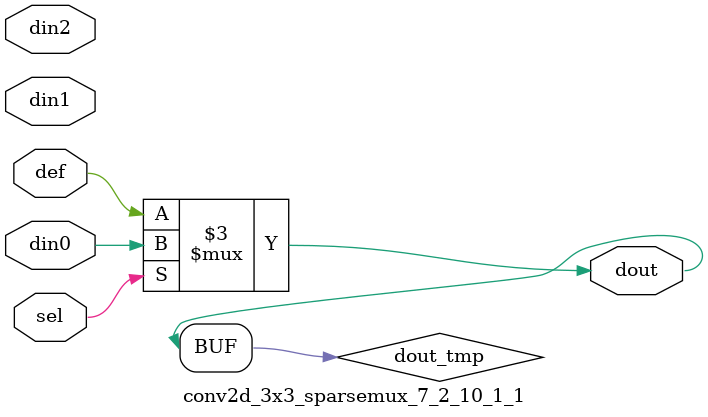
<source format=v>
`timescale 1ns / 1ps

module conv2d_3x3_sparsemux_7_2_10_1_1 (din0,din1,din2,def,sel,dout);

parameter din0_WIDTH = 1;

parameter din1_WIDTH = 1;

parameter din2_WIDTH = 1;

parameter def_WIDTH = 1;
parameter sel_WIDTH = 1;
parameter dout_WIDTH = 1;

parameter [sel_WIDTH-1:0] CASE0 = 1;

parameter [sel_WIDTH-1:0] CASE1 = 1;

parameter [sel_WIDTH-1:0] CASE2 = 1;

parameter ID = 1;
parameter NUM_STAGE = 1;



input [din0_WIDTH-1:0] din0;

input [din1_WIDTH-1:0] din1;

input [din2_WIDTH-1:0] din2;

input [def_WIDTH-1:0] def;
input [sel_WIDTH-1:0] sel;

output [dout_WIDTH-1:0] dout;



reg [dout_WIDTH-1:0] dout_tmp;

always @ (*) begin
case (sel)
    
    CASE0 : dout_tmp = din0;
    
    CASE1 : dout_tmp = din1;
    
    CASE2 : dout_tmp = din2;
    
    default : dout_tmp = def;
endcase
end


assign dout = dout_tmp;



endmodule

</source>
